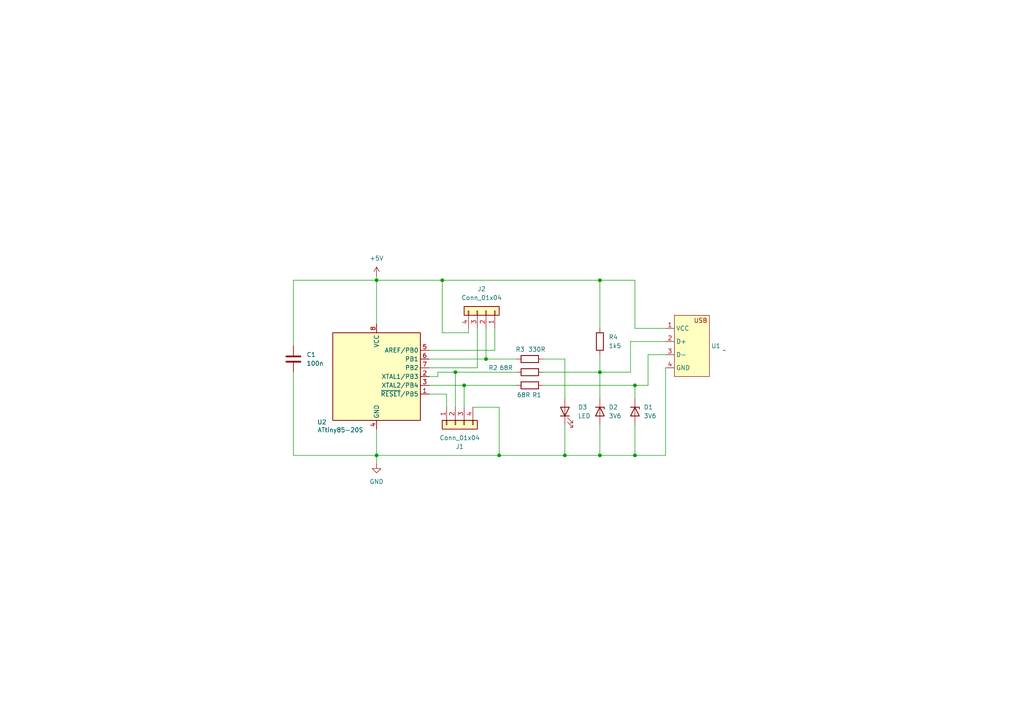
<source format=kicad_sch>
(kicad_sch (version 20250114) (generator "eeschema") (generator_version "9.0")
  (paper "A4")
  (lib_symbols
    (symbol "1_cstm_smbl_lib:PCB_USB_connector"
      (property "Reference" "U1" (at 4.318 0 0))
      (property "Value" "~" (at 7.62 -1.27 0))
      (symbol "PCB_USB_connector_1_1"
        (rectangle (start -6.35 8.89) (end 3.81 -8.89) (fill (type background)))
        (text "USB\n" (at 1.27 7.366 0) (effects (font (size 1.27 1.27))))
        (pin power_in line (at -8.89 5.08 0) (length 2.54) (name "VCC") (number "1"))
        (pin bidirectional line (at -8.89 1.27 0) (length 2.54) (name "D+") (number "2"))
        (pin bidirectional line (at -8.89 -2.54 0) (length 2.54) (name "D-") (number "3"))
        (pin power_in line (at -8.89 -6.35 0) (length 2.54) (name "GND") (number "4"))
      )
    )
    (symbol "Connector_Generic:Conn_01x04" (pin_names (offset 1.016) (hide yes))
      (property "Reference" "J" (at 0 5.08 0))
      (property "Value" "Conn_01x04" (at 0 -7.62 0))
      (symbol "Conn_01x04_1_1"
        (rectangle (start -1.27 3.81) (end 1.27 -6.35) (stroke (width 0.254)) (fill (type background)))
        (rectangle (start -1.27 2.667) (end 0 2.413) (stroke (width 0.1524)))
        (rectangle (start -1.27 0.127) (end 0 -0.127) (stroke (width 0.1524)))
        (rectangle (start -1.27 -2.413) (end 0 -2.667) (stroke (width 0.1524)))
        (rectangle (start -1.27 -4.953) (end 0 -5.207) (stroke (width 0.1524)))
        (pin passive line (at -5.08 2.54 0) (length 3.81) (name "Pin_1") (number "1"))
        (pin passive line (at -5.08 0 0) (length 3.81) (name "Pin_2") (number "2"))
        (pin passive line (at -5.08 -2.54 0) (length 3.81) (name "Pin_3") (number "3"))
        (pin passive line (at -5.08 -5.08 0) (length 3.81) (name "Pin_4") (number "4"))
      )
    )
    (symbol "Device:C" (pin_numbers (hide yes)) (pin_names (offset 0.254))
      (property "Reference" "C" (at 0.635 2.54 0))
      (property "Value" "C" (at 0.635 -2.54 0))
      (symbol "C_0_1"
        (polyline (pts (xy -2.032 0.762) (xy 2.032 0.762)) (stroke (width 0.508)))
        (polyline (pts (xy -2.032 -0.762) (xy 2.032 -0.762)) (stroke (width 0.508)))
      )
      (symbol "C_1_1"
        (pin passive line (at 0 3.81 270) (length 2.794) (name "~") (number "1"))
        (pin passive line (at 0 -3.81 90) (length 2.794) (name "~") (number "2"))
      )
    )
    (symbol "Device:D_Zener" (pin_numbers (hide yes)) (pin_names (offset 1.016) (hide yes))
      (property "Reference" "D" (at 0 2.54 0))
      (property "Value" "D_Zener" (at 0 -2.54 0))
      (symbol "D_Zener_0_1"
        (polyline (pts (xy -1.27 -1.27) (xy -1.27 1.27) (xy -0.762 1.27)) (stroke (width 0.254)))
        (polyline (pts (xy 1.27 0) (xy -1.27 0)))
        (polyline (pts (xy 1.27 -1.27) (xy 1.27 1.27) (xy -1.27 0) (xy 1.27 -1.27)) (stroke (width 0.254)))
      )
      (symbol "D_Zener_1_1"
        (pin passive line (at -3.81 0 0) (length 2.54) (name "K") (number "1"))
        (pin passive line (at 3.81 0 180) (length 2.54) (name "A") (number "2"))
      )
    )
    (symbol "Device:LED" (pin_numbers (hide yes)) (pin_names (offset 1.016) (hide yes))
      (property "Reference" "D" (at 0 2.54 0))
      (property "Value" "LED" (at 0 -2.54 0))
      (symbol "LED_0_1"
        (polyline (pts (xy -3.048 -0.762) (xy -4.572 -2.286) (xy -3.81 -2.286) (xy -4.572 -2.286) (xy -4.572 -1.524)))
        (polyline (pts (xy -1.778 -0.762) (xy -3.302 -2.286) (xy -2.54 -2.286) (xy -3.302 -2.286) (xy -3.302 -1.524)))
        (polyline (pts (xy -1.27 0) (xy 1.27 0)))
        (polyline (pts (xy -1.27 -1.27) (xy -1.27 1.27)) (stroke (width 0.254)))
        (polyline (pts (xy 1.27 -1.27) (xy 1.27 1.27) (xy -1.27 0) (xy 1.27 -1.27)) (stroke (width 0.254)))
      )
      (symbol "LED_1_1"
        (pin passive line (at -3.81 0 0) (length 2.54) (name "K") (number "1"))
        (pin passive line (at 3.81 0 180) (length 2.54) (name "A") (number "2"))
      )
    )
    (symbol "Device:R" (pin_numbers (hide yes)) (pin_names (offset 0))
      (property "Reference" "R" (at 2.032 0 90))
      (property "Value" "R" (at 0 0 90))
      (symbol "R_0_1"
        (rectangle (start -1.016 -2.54) (end 1.016 2.54) (stroke (width 0.254)))
      )
      (symbol "R_1_1"
        (pin passive line (at 0 3.81 270) (length 1.27) (name "~") (number "1"))
        (pin passive line (at 0 -3.81 90) (length 1.27) (name "~") (number "2"))
      )
    )
    (symbol "MCU_Microchip_ATtiny:ATtiny85-20S"
      (property "Reference" "U" (at -12.7 13.97 0))
      (property "Value" "ATtiny85-20S" (at 2.54 -13.97 0))
      (symbol "ATtiny85-20S_0_1"
        (rectangle (start -12.7 -12.7) (end 12.7 12.7) (stroke (width 0.254)) (fill (type background)))
      )
      (symbol "ATtiny85-20S_1_1"
        (pin power_in line (at 0 15.24 270) (length 2.54) (name "VCC") (number "8"))
        (pin power_in line (at 0 -15.24 90) (length 2.54) (name "GND") (number "4"))
        (pin bidirectional line (at 15.24 7.62 180) (length 2.54) (name "AREF/PB0") (number "5"))
        (pin bidirectional line (at 15.24 5.08 180) (length 2.54) (name "PB1") (number "6"))
        (pin bidirectional line (at 15.24 2.54 180) (length 2.54) (name "PB2") (number "7"))
        (pin bidirectional line (at 15.24 0 180) (length 2.54) (name "XTAL1/PB3") (number "2"))
        (pin bidirectional line (at 15.24 -2.54 180) (length 2.54) (name "XTAL2/PB4") (number "3"))
        (pin bidirectional line (at 15.24 -5.08 180) (length 2.54) (name "~{RESET}/PB5") (number "1"))
      )
    )
    (symbol "power:+5V" (power) (pin_numbers (hide yes)) (pin_names (offset 0) (hide yes))
      (property "Value" "+5V" (at 0 3.556 0))
      (symbol "+5V_0_1"
        (polyline (pts (xy -0.762 1.27) (xy 0 2.54)))
        (polyline (pts (xy 0 2.54) (xy 0.762 1.27)))
        (polyline (pts (xy 0 0) (xy 0 2.54)))
      )
      (symbol "+5V_1_1"
        (pin power_in line (at 0 0 90) (length 0) (name "~") (number "1"))
      )
    )
    (symbol "power:GND" (power) (pin_numbers (hide yes)) (pin_names (offset 0) (hide yes))
      (property "Value" "GND" (at 0 -3.81 0))
      (symbol "GND_0_1"
        (polyline (pts (xy 0 0) (xy 0 -1.27) (xy 1.27 -1.27) (xy 0 -2.54) (xy -1.27 -1.27) (xy 0 -1.27)))
      )
      (symbol "GND_1_1"
        (pin power_in line (at 0 0 270) (length 0) (name "~") (number "1"))
      )
    )
  )
  (junction (at 184.15 132.08))
  (junction (at 173.99 107.95))
  (junction (at 128.27 81.28))
  (junction (at 140.97 104.14))
  (junction (at 184.15 111.76))
  (junction (at 173.99 81.28))
  (junction (at 163.83 132.08))
  (junction (at 173.99 132.08))
  (junction (at 144.78 132.08))
  (junction (at 134.62 111.76))
  (junction (at 109.22 132.08))
  (junction (at 109.22 81.28))
  (junction (at 132.08 107.95))
  (wire (pts (xy 124.46 104.14) (xy 140.97 104.14)))
  (wire (pts (xy 127 109.22) (xy 124.46 109.22)))
  (wire (pts (xy 173.99 132.08) (xy 163.83 132.08)))
  (wire (pts (xy 173.99 102.87) (xy 173.99 107.95)))
  (wire (pts (xy 184.15 132.08) (xy 173.99 132.08)))
  (wire (pts (xy 128.27 96.52) (xy 128.27 81.28)))
  (wire (pts (xy 187.96 102.87) (xy 187.96 111.76)))
  (wire (pts (xy 173.99 107.95) (xy 173.99 115.57)))
  (wire (pts (xy 157.48 104.14) (xy 163.83 104.14)))
  (wire (pts (xy 109.22 81.28) (xy 128.27 81.28)))
  (wire (pts (xy 193.04 132.08) (xy 184.15 132.08)))
  (wire (pts (xy 144.78 132.08) (xy 109.22 132.08)))
  (wire (pts (xy 173.99 123.19) (xy 173.99 132.08)))
  (wire (pts (xy 157.48 107.95) (xy 173.99 107.95)))
  (wire (pts (xy 163.83 123.19) (xy 163.83 132.08)))
  (wire (pts (xy 124.46 111.76) (xy 134.62 111.76)))
  (wire (pts (xy 85.09 81.28) (xy 109.22 81.28)))
  (wire (pts (xy 182.88 99.06) (xy 182.88 107.95)))
  (wire (pts (xy 129.54 114.3) (xy 124.46 114.3)))
  (wire (pts (xy 109.22 80.01) (xy 109.22 81.28)))
  (wire (pts (xy 109.22 132.08) (xy 109.22 134.62)))
  (wire (pts (xy 85.09 132.08) (xy 109.22 132.08)))
  (wire (pts (xy 127 107.95) (xy 132.08 107.95)))
  (wire (pts (xy 109.22 81.28) (xy 109.22 93.98)))
  (wire (pts (xy 193.04 95.25) (xy 184.15 95.25)))
  (wire (pts (xy 128.27 81.28) (xy 173.99 81.28)))
  (wire (pts (xy 182.88 107.95) (xy 173.99 107.95)))
  (wire (pts (xy 140.97 104.14) (xy 149.86 104.14)))
  (wire (pts (xy 127 107.95) (xy 127 109.22)))
  (wire (pts (xy 163.83 132.08) (xy 144.78 132.08)))
  (wire (pts (xy 143.51 101.6) (xy 124.46 101.6)))
  (wire (pts (xy 129.54 118.11) (xy 129.54 114.3)))
  (wire (pts (xy 132.08 107.95) (xy 132.08 118.11)))
  (wire (pts (xy 85.09 107.95) (xy 85.09 132.08)))
  (wire (pts (xy 173.99 95.25) (xy 173.99 81.28)))
  (wire (pts (xy 157.48 111.76) (xy 184.15 111.76)))
  (wire (pts (xy 138.43 95.25) (xy 138.43 106.68)))
  (wire (pts (xy 144.78 118.11) (xy 144.78 132.08)))
  (wire (pts (xy 135.89 96.52) (xy 135.89 95.25)))
  (wire (pts (xy 193.04 99.06) (xy 182.88 99.06)))
  (wire (pts (xy 140.97 95.25) (xy 140.97 104.14)))
  (wire (pts (xy 184.15 111.76) (xy 184.15 115.57)))
  (wire (pts (xy 193.04 106.68) (xy 193.04 132.08)))
  (wire (pts (xy 109.22 124.46) (xy 109.22 132.08)))
  (wire (pts (xy 134.62 111.76) (xy 134.62 118.11)))
  (wire (pts (xy 85.09 100.33) (xy 85.09 81.28)))
  (wire (pts (xy 137.16 118.11) (xy 144.78 118.11)))
  (wire (pts (xy 132.08 107.95) (xy 149.86 107.95)))
  (wire (pts (xy 134.62 111.76) (xy 149.86 111.76)))
  (wire (pts (xy 193.04 102.87) (xy 187.96 102.87)))
  (wire (pts (xy 184.15 123.19) (xy 184.15 132.08)))
  (wire (pts (xy 143.51 95.25) (xy 143.51 101.6)))
  (wire (pts (xy 163.83 104.14) (xy 163.83 115.57)))
  (wire (pts (xy 184.15 95.25) (xy 184.15 81.28)))
  (wire (pts (xy 135.89 96.52) (xy 128.27 96.52)))
  (wire (pts (xy 138.43 106.68) (xy 124.46 106.68)))
  (wire (pts (xy 184.15 81.28) (xy 173.99 81.28)))
  (wire (pts (xy 187.96 111.76) (xy 184.15 111.76)))
  (symbol (lib_id "Device:C") (at 85.09 104.14 0) (unit 1)
    (property "Reference" "C1" (at 88.9 102.8699 0) (effects (justify left)))
    (property "Value" "100n" (at 88.9 105.4099 0) (effects (justify left)))
    (property "Footprint" "Capacitor_SMD:C_1206_3216Metric_Pad1.33x1.80mm_HandSolder" (effects (hide yes)))
    (property "Description" "Unpolarized capacitor" (effects (hide yes)))
  )
  (symbol (lib_id "power:GND") (at 109.22 134.62 0) (unit 1)
    (property "Reference" "#PWR02" (effects (hide yes)))
    (property "Value" "GND" (at 109.22 139.7 0))
    (property "Description" "Power symbol creates a global label with name \"GND\" , ground" (effects (hide yes)))
  )
  (symbol (lib_id "Device:R") (at 153.67 111.76 270) (mirror x) (unit 1)
    (property "Reference" "R1" (at 155.702 114.554 90))
    (property "Value" "68R" (at 151.892 114.554 90))
    (property "Footprint" "Resistor_SMD:R_0805_2012Metric_Pad1.20x1.40mm_HandSolder" (effects (hide yes)))
    (property "Description" "Resistor" (effects (hide yes)))
  )
  (symbol (lib_id "Device:D_Zener") (at 184.15 119.38 270) (unit 1)
    (property "Reference" "D1" (at 186.69 118.1099 90) (effects (justify left)))
    (property "Value" "3V6" (at 186.69 120.6499 90) (effects (justify left)))
    (property "Footprint" "Diode_SMD:D_SOD-123" (effects (hide yes)))
    (property "Description" "Zener diode" (effects (hide yes)))
  )
  (symbol (lib_id "Device:D_Zener") (at 173.99 119.38 270) (unit 1)
    (property "Reference" "D2" (at 176.53 118.1099 90) (effects (justify left)))
    (property "Value" "3V6" (at 176.53 120.6499 90) (effects (justify left)))
    (property "Footprint" "Diode_SMD:D_SOD-123" (effects (hide yes)))
    (property "Description" "Zener diode" (effects (hide yes)))
  )
  (symbol (lib_id "Device:R") (at 153.67 104.14 90) (unit 1)
    (property "Reference" "R3" (at 150.876 101.346 90))
    (property "Value" "330R" (at 155.702 101.346 90))
    (property "Footprint" "Resistor_SMD:R_0805_2012Metric_Pad1.20x1.40mm_HandSolder" (effects (hide yes)))
    (property "Description" "Resistor" (effects (hide yes)))
  )
  (symbol (lib_id "Device:R") (at 173.99 99.06 0) (unit 1)
    (property "Reference" "R4" (at 176.53 97.7899 0) (effects (justify left)))
    (property "Value" "1k5" (at 176.53 100.3299 0) (effects (justify left)))
    (property "Footprint" "Resistor_SMD:R_0805_2012Metric_Pad1.20x1.40mm_HandSolder" (effects (hide yes)))
    (property "Description" "Resistor" (effects (hide yes)))
  )
  (symbol (lib_id "Device:LED") (at 163.83 119.38 90) (unit 1)
    (property "Reference" "D3" (at 167.64 118.11 90) (effects (justify right)))
    (property "Value" "LED" (at 167.64 120.65 90) (effects (justify right)))
    (property "Footprint" "LED_THT:LED_D3.0mm" (effects (hide yes)))
    (property "Description" "Light emitting diode" (effects (hide yes)))
    (property "Sim.Pins" "1=K 2=A" (effects (hide yes)))
  )
  (symbol (lib_id "MCU_Microchip_ATtiny:ATtiny85-20S") (at 109.22 109.22 0) (unit 1)
    (property "Reference" "U2" (at 94.742 122.428 0) (effects (justify right)))
    (property "Value" "ATtiny85-20S" (at 105.41 124.714 0) (effects (justify right)))
    (property "Footprint" "Package_SO:SOIC-8_5.3x5.3mm_P1.27mm" (effects (hide yes)))
    (property "Datasheet" "http://ww1.microchip.com/downloads/en/DeviceDoc/atmel-2586-avr-8-bit-microcontroller-attiny25-attiny45-attiny85_datasheet.pdf" (effects (hide yes)))
    (property "Description" "20MHz, 8kB Flash, 512B SRAM, 512B EEPROM, debugWIRE, SOIC-8" (effects (hide yes)))
  )
  (symbol (lib_id "1_cstm_smbl_lib:PCB_USB_connector") (at 201.93 100.33 0) (unit 1)
    (property "Reference" "U1" (at 206.248 100.33 0) (effects (justify left)))
    (property "Value" "~" (at 209.55 101.6 0) (effects (justify left)))
    (property "Footprint" "1_ctml_lbr:PCB_USB_Connector" (effects (hide yes)))
  )
  (symbol (lib_id "power:+5V") (at 109.22 80.01 0) (unit 1)
    (property "Reference" "#PWR01" (effects (hide yes)))
    (property "Value" "+5V" (at 109.22 74.93 0))
    (property "Description" "Power symbol creates a global label with name \"+5V\"" (effects (hide yes)))
  )
  (symbol (lib_id "Device:R") (at 153.67 107.95 270) (unit 1)
    (property "Reference" "R2" (at 143.002 106.68 90))
    (property "Value" "68R" (at 146.812 106.68 90))
    (property "Footprint" "Resistor_SMD:R_0805_2012Metric_Pad1.20x1.40mm_HandSolder" (effects (hide yes)))
    (property "Description" "Resistor" (effects (hide yes)))
  )
  (symbol (lib_id "Connector_Generic:Conn_01x04") (at 140.97 90.17 270) (mirror x) (unit 1)
    (property "Reference" "J2" (at 139.7 83.82 90))
    (property "Value" "Conn_01x04" (at 139.7 86.36 90))
    (property "Footprint" "Connector_PinHeader_2.54mm:PinHeader_1x04_P2.54mm_Vertical" (effects (hide yes)))
    (property "Description" "Generic connector, single row, 01x04, script generated (kicad-library-utils/schlib/autogen/connector/)" (effects (hide yes)))
  )
  (symbol (lib_id "Connector_Generic:Conn_01x04") (at 132.08 123.19 90) (mirror x) (unit 1)
    (property "Reference" "J1" (at 133.35 129.54 90))
    (property "Value" "Conn_01x04" (at 133.35 127 90))
    (property "Footprint" "Connector_PinHeader_2.54mm:PinHeader_1x04_P2.54mm_Vertical" (effects (hide yes)))
    (property "Description" "Generic connector, single row, 01x04, script generated (kicad-library-utils/schlib/autogen/connector/)" (effects (hide yes)))
  )
)
</source>
